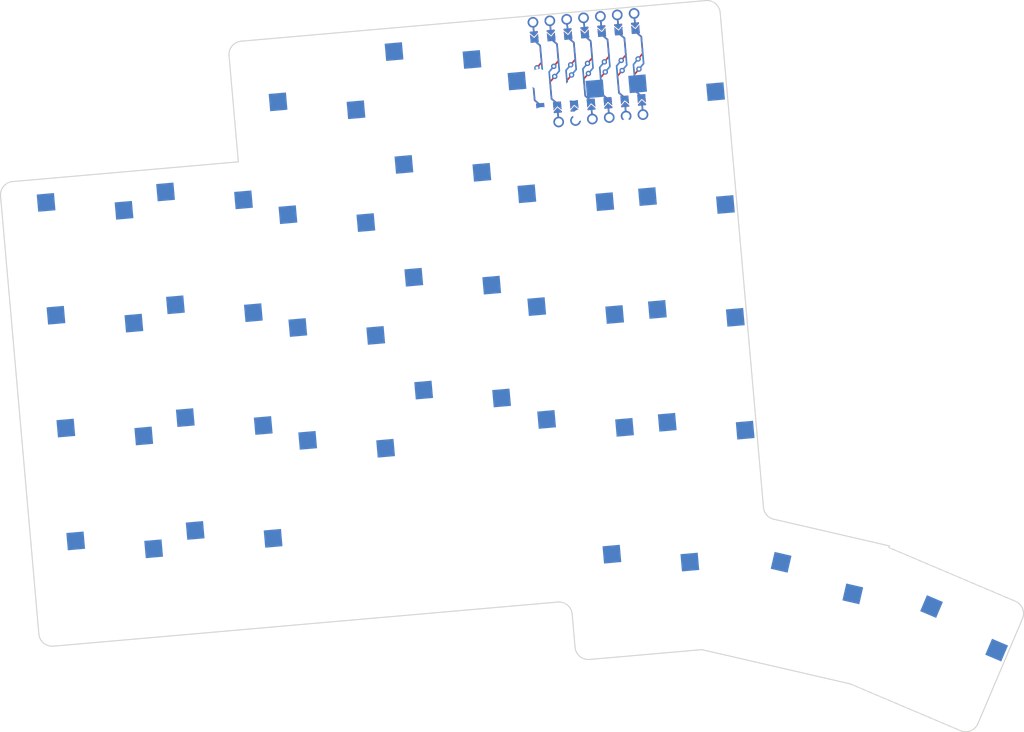
<source format=kicad_pcb>
(kicad_pcb (version 20241229) (generator "pcbnew") (generator_version "9.0")
  (title_block (title "main_pcb") (rev "v1.0.0") (company "Unknown"))
  (layers (0 "F.Cu" signal) (2 "B.Cu" signal) (13 "F.Paste" user) (15 "B.Paste" user) (5 "F.SilkS" user "F.Silkscreen") (7 "B.SilkS" user "B.Silkscreen") (1 "F.Mask" user) (3 "B.Mask" user) (25 "Edge.Cuts" user))
  (net 0 "")
  (net 1 "outer_bottom")
  (net 2 "outer_home")
  (net 3 "outer_top")
  (net 4 "outer_num")
  (net 5 "pinky_bottom")
  (net 6 "pinky_home")
  (net 7 "pinky_top")
  (net 8 "pinky_num")
  (net 9 "ring_bottom")
  (net 10 "ring_home")
  (net 11 "ring_top")
  (net 12 "ring_num")
  (net 13 "middle_bottom")
  (net 14 "middle_home")
  (net 15 "middle_top")
  (net 16 "middle_num")
  (net 17 "index_bottom")
  (net 18 "index_home")
  (net 19 "index_top")
  (net 20 "index_num")
  (net 21 "inner_bottom")
  (net 22 "inner_home")
  (net 23 "inner_top")
  (net 24 "inner_num")
  (net 25 "near_thumb")
  (net 26 "home_thumb")
  (net 27 "far_thumb")
  (net 28 "VCC5")
  (net 29 "GND")
  (net 30 "VCC3")
  (net 31 "P0")
  (net 32 "P1")
  (net 33 "P2")
  (net 34 "P3")
  (net 35 "P4")
  (net 36 "P5")
  (net 37 "P6")
  (net 38 "P7")
  (net 39 "P8")
  (net 40 "P9")
  (net 41 "P10")
  (footprint "PG1350" (layer "F.Cu") (at 67.716854 -52.10017 5)
    (property "Reference" "S19" (hide yes))
    (property "Value" "" (hide yes))
  )
  (footprint "PG1350" (layer "F.Cu") (at 13.486562 -52.374733 5)
    (property "Reference" "S8" (hide yes))
    (property "Value" "" (hide yes))
  )
  (footprint "PG1350" (layer "F.Cu") (at 33.335493 -32.027253 5)
    (property "Reference" "S10" (hide yes))
    (property "Value" "" (hide yes))
  )
  (footprint "PG1350" (layer "F.Cu") (at 47.780767 -73.443844 5)
    (property "Reference" "S16" (hide yes))
    (property "Value" "" (hide yes))
  )
  (footprint "PG1350" (layer "F.Cu") (at 125.362272 10.971285 -23)
    (property "Reference" "S27" (hide yes))
    (property "Value" "" (hide yes))
  )
  (footprint "PG1350" (layer "F.Cu") (at 17.931505 -1.568803 5)
    (property "Reference" "S5" (hide yes))
    (property "Value" "" (hide yes))
  )
  (footprint "PG1350" (layer "F.Cu") (at 85.82267 -51.676584 5)
    (property "Reference" "S23" (hide yes))
    (property "Value" "" (hide yes))
  )
  (footprint "PG1350" (layer "F.Cu") (at 14.968209 -35.439423 5)
    (property "Reference" "S7" (hide yes))
    (property "Value" "" (hide yes))
  )
  (footprint "PG1350" (layer "F.Cu") (at 66.235206 -69.03548 5)
    (property "Reference" "S20" (hide yes))
    (property "Value" "" (hide yes))
  )
  (footprint "PG1350" (layer "F.Cu") (at 84.341023 -68.611894 5)
    (property "Reference" "S24" (hide yes))
    (property "Value" "" (hide yes))
  )
  (footprint "PG1350" (layer "F.Cu") (at 87.304318 -34.741274 5)
    (property "Reference" "S22" (hide yes))
    (property "Value" "" (hide yes))
  )
  (footprint "PG1350" (layer "F.Cu") (at 0 0 5)
    (property "Reference" "S1" (hide yes))
    (property "Value" "" (hide yes))
  )
  (footprint "PG1350" (layer "F.Cu") (at 34.81714 -15.091943 5)
    (property "Reference" "S9" (hide yes))
    (property "Value" "" (hide yes))
  )
  (footprint "PG1350" (layer "F.Cu") (at 103.947132 4.104726 -13)
    (property "Reference" "S26" (hide yes))
    (property "Value" "" (hide yes))
  )
  (footprint "PG1350" (layer "F.Cu") (at 88.785965 -17.805964 5)
    (property "Reference" "S21" (hide yes))
    (property "Value" "" (hide yes))
  )
  (footprint "PG1350" (layer "F.Cu") (at 52.22571 -22.637915 5)
    (property "Reference" "S13" (hide yes))
    (property "Value" "" (hide yes))
  )
  (footprint "PG1350" (layer "F.Cu") (at 70.680149 -18.22955 5)
    (property "Reference" "S17" (hide yes))
    (property "Value" "" (hide yes))
  )
  (footprint "PG1350" (layer "F.Cu") (at 69.198502 -35.16486 5)
    (property "Reference" "S18" (hide yes))
    (property "Value" "" (hide yes))
  )
  (footprint "PG1350" (layer "F.Cu") (at 16.449857 -18.504113 5)
    (property "Reference" "S6" (hide yes))
    (property "Value" "" (hide yes))
  )
  (footprint "PG1350" (layer "F.Cu") (at -4.444943 -50.80593 5)
    (property "Reference" "S4" (hide yes))
    (property "Value" "" (hide yes))
  )
  (footprint "PG1350" (layer "F.Cu") (at 50.744063 -39.573225 5)
    (property "Reference" "S14" (hide yes))
    (property "Value" "" (hide yes))
  )
  (footprint "PG1350" (layer "F.Cu") (at 80.479977 1.993293 5)
    (property "Reference" "S25" (hide yes))
    (property "Value" "" (hide yes))
  )
  (footprint "PG1350" (layer "F.Cu") (at -1.481648 -16.93531 5)
    (property "Reference" "S2" (hide yes))
    (property "Value" "" (hide yes))
  )
  (footprint "PG1350" (layer "F.Cu") (at 49.262415 -56.508535 5)
    (property "Reference" "S15" (hide yes))
    (property "Value" "" (hide yes))
  )
  (footprint "xiao-ble" (layer "F.Cu") (at 84.341023 -68.611894 5)
    (property "Reference" "xiao-ble1" (hide yes))
    (property "Value" "ProMicro" (hide yes))
  )
  (footprint "PG1350" (layer "F.Cu") (at 31.853845 -48.962563 5)
    (property "Reference" "S11" (hide yes))
    (property "Value" "" (hide yes))
  )
  (footprint "PG1350" (layer "F.Cu") (at 30.372197 -65.897873 5)
    (property "Reference" "S12" (hide yes))
    (property "Value" "" (hide yes))
  )
  (footprint "PG1350" (layer "F.Cu") (at -2.963295 -33.87062 5)
    (property "Reference" "S3" (hide yes))
    (property "Value" "" (hide yes))
  )
  (gr_line (start 94.30297 -69.483451) (end 95.741039 -53.046238) (stroke (width 0.15)) (layer "Edge.Cuts"))
  (gr_line (start 131.636837 21.782383) (end 138.318339 6.04175) (stroke (width 0.15)) (layer "Edge.Cuts"))
  (gr_line (start 92.952056 -84.924469) (end 94.259392 -69.981548) (stroke (width 0.15)) (layer "Edge.Cuts"))
  (gr_line (start 118.280827 -4.63639) (end 137.258791 3.419278) (stroke (width 0.15)) (layer "Edge.Cuts"))
  (gr_line (start 95.784617 -52.548141) (end 97.222687 -36.110928) (stroke (width 0.15)) (layer "Edge.Cuts"))
  (gr_line (start 19.233648 -78.474944) (end 20.62814 -62.535829) (stroke (width 0.15)) (layer "Edge.Cuts"))
  (gr_arc (start 100.991161 -8.893364) (mid 99.931644 -9.529986) (end 99.448673 -10.667792) (stroke (width 0.15)) (layer "Edge.Cuts"))
  (gr_arc (start 90.785354 -86.742547) (mid 92.245241 -86.282247) (end 92.952056 -84.924469) (stroke (width 0.15)) (layer "Edge.Cuts"))
  (gr_arc (start -15.060557 -57.405832) (mid -14.600257 -58.865719) (end -13.24248 -59.572533) (stroke (width 0.15)) (layer "Edge.Cuts"))
  (gr_line (start 118.338985 -4.888303) (end 118.280827 -4.63639) (stroke (width 0.15)) (layer "Edge.Cuts"))
  (gr_line (start -15.060558 -57.405833) (end -9.308279 8.343018) (stroke (width 0.15)) (layer "Edge.Cuts"))
  (gr_line (start 73.338399 12.154389) (end 90.194818 10.679643) (stroke (width 0.15)) (layer "Edge.Cuts"))
  (gr_line (start 112.485544 15.825862) (end 129.014365 22.841931) (stroke (width 0.15)) (layer "Edge.Cuts"))
  (gr_arc (start 73.338399 12.154388) (mid 71.878513 11.694087) (end 71.171699 10.33631) (stroke (width 0.15)) (layer "Edge.Cuts"))
  (gr_line (start 70.73592 5.355337) (end 71.171699 10.336311) (stroke (width 0.15)) (layer "Edge.Cuts"))
  (gr_arc (start 137.258791 3.419278) (mid 138.331697 4.511074) (end 138.318339 6.04175) (stroke (width 0.15)) (layer "Edge.Cuts"))
  (gr_line (start -7.141578 10.161096) (end 68.569219 3.537259) (stroke (width 0.15)) (layer "Edge.Cuts"))
  (gr_arc (start 68.569218 3.537259) (mid 70.029105 3.997559) (end 70.73592 5.355337) (stroke (width 0.15)) (layer "Edge.Cuts"))
  (gr_line (start 97.222687 -36.110928) (end 97.266265 -35.612831) (stroke (width 0.15)) (layer "Edge.Cuts"))
  (gr_line (start 97.266265 -35.612831) (end 99.448673 -10.667792) (stroke (width 0.15)) (layer "Edge.Cuts"))
  (gr_arc (start 131.636837 21.782383) (mid 130.545041 22.855289) (end 129.014365 22.841931) (stroke (width 0.15)) (layer "Edge.Cuts"))
  (gr_arc (start 19.233647 -78.474944) (mid 19.693948 -79.934831) (end 21.051726 -80.641645) (stroke (width 0.15)) (layer "Edge.Cuts"))
  (gr_arc (start -7.141577 10.161096) (mid -8.601464 9.700796) (end -9.308279 8.343018) (stroke (width 0.15)) (layer "Edge.Cuts"))
  (gr_line (start -13.24248 -59.572533) (end 20.62814 -62.535829) (stroke (width 0.15)) (layer "Edge.Cuts"))
  (gr_line (start 90.194818 10.679643) (end 112.485544 15.825862) (stroke (width 0.15)) (layer "Edge.Cuts"))
  (gr_line (start 21.051726 -80.641645) (end 90.785355 -86.742547) (stroke (width 0.15)) (layer "Edge.Cuts"))
  (gr_line (start 95.741039 -53.046238) (end 95.784617 -52.548141) (stroke (width 0.15)) (layer "Edge.Cuts"))
  (gr_line (start 94.259392 -69.981548) (end 94.30297 -69.483451) (stroke (width 0.15)) (layer "Edge.Cuts"))
  (gr_line (start 100.99116 -8.893363) (end 118.338985 -4.888303) (stroke (width 0.15)) (layer "Edge.Cuts"))
)
</source>
